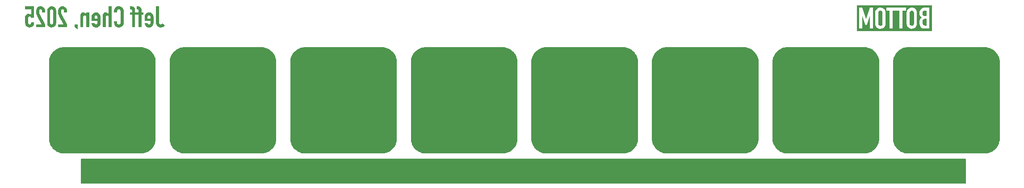
<source format=gbr>
%TF.GenerationSoftware,KiCad,Pcbnew,9.0.0*%
%TF.CreationDate,2025-04-15T08:38:05-04:00*%
%TF.ProjectId,Keypad Panel,4b657970-6164-4205-9061-6e656c2e6b69,1.0*%
%TF.SameCoordinates,Original*%
%TF.FileFunction,Soldermask,Bot*%
%TF.FilePolarity,Negative*%
%FSLAX46Y46*%
G04 Gerber Fmt 4.6, Leading zero omitted, Abs format (unit mm)*
G04 Created by KiCad (PCBNEW 9.0.0) date 2025-04-15 08:38:05*
%MOMM*%
%LPD*%
G01*
G04 APERTURE LIST*
%ADD10C,0.000000*%
%ADD11C,0.150000*%
%ADD12C,0.300000*%
G04 APERTURE END LIST*
D10*
G36*
X227830237Y-94238522D02*
G01*
X228087306Y-94304139D01*
X228370303Y-94411357D01*
X228524626Y-94486631D01*
X228689155Y-94579584D01*
X228966931Y-94770298D01*
X229223784Y-94994767D01*
X229342431Y-95118296D01*
X229453506Y-95248382D01*
X229502507Y-95311048D01*
X229691083Y-95592059D01*
X229772477Y-95740172D01*
X229844863Y-95892646D01*
X229886066Y-95991564D01*
X229981384Y-96279674D01*
X230043607Y-96568054D01*
X230060000Y-96665932D01*
X230060000Y-111919166D01*
X230023816Y-112120312D01*
X229959262Y-112378451D01*
X229911033Y-112525059D01*
X229849336Y-112681313D01*
X229772045Y-112845681D01*
X229677036Y-113016629D01*
X229486641Y-113294555D01*
X229262453Y-113551618D01*
X229139046Y-113670394D01*
X229009080Y-113781602D01*
X228946558Y-113830598D01*
X228665742Y-114019490D01*
X228517716Y-114101047D01*
X228365320Y-114173603D01*
X228265051Y-114215467D01*
X227976925Y-114310976D01*
X227688638Y-114373329D01*
X227589168Y-114390000D01*
X227589166Y-114390000D01*
X212335932Y-114390000D01*
X212335929Y-114389999D01*
X212134429Y-114353740D01*
X211875677Y-114288964D01*
X211728701Y-114240543D01*
X211572055Y-114178584D01*
X211407286Y-114100953D01*
X211235943Y-114005514D01*
X210958167Y-113814800D01*
X210701314Y-113590331D01*
X210582667Y-113466802D01*
X210471592Y-113336716D01*
X210422591Y-113274050D01*
X210234013Y-112993036D01*
X210152619Y-112844922D01*
X210080233Y-112692447D01*
X210039032Y-112593533D01*
X209943714Y-112305424D01*
X209881491Y-112017045D01*
X209865098Y-111919166D01*
X209865098Y-96665932D01*
X209865098Y-96665930D01*
X209901358Y-96464431D01*
X209966134Y-96205678D01*
X210014555Y-96058702D01*
X210076513Y-95902055D01*
X210154144Y-95737286D01*
X210249584Y-95565943D01*
X210440296Y-95288168D01*
X210664764Y-95031317D01*
X210788293Y-94912670D01*
X210918378Y-94801595D01*
X210981048Y-94752591D01*
X211262062Y-94564013D01*
X211410176Y-94482619D01*
X211562651Y-94410232D01*
X211661564Y-94369032D01*
X211950665Y-94273375D01*
X212239065Y-94211309D01*
X212335932Y-94195098D01*
X227589166Y-94195098D01*
X227830237Y-94238522D01*
G37*
G36*
X250680237Y-94238522D02*
G01*
X250937306Y-94304139D01*
X251220303Y-94411357D01*
X251374626Y-94486631D01*
X251539155Y-94579584D01*
X251816931Y-94770298D01*
X252073784Y-94994767D01*
X252192431Y-95118296D01*
X252303506Y-95248382D01*
X252352507Y-95311048D01*
X252541083Y-95592059D01*
X252622477Y-95740172D01*
X252694863Y-95892646D01*
X252736066Y-95991564D01*
X252831384Y-96279674D01*
X252893607Y-96568054D01*
X252910000Y-96665932D01*
X252910000Y-111919166D01*
X252873816Y-112120312D01*
X252809262Y-112378451D01*
X252761033Y-112525059D01*
X252699336Y-112681313D01*
X252622045Y-112845681D01*
X252527036Y-113016629D01*
X252336641Y-113294555D01*
X252112453Y-113551618D01*
X251989046Y-113670394D01*
X251859080Y-113781602D01*
X251796558Y-113830598D01*
X251515742Y-114019490D01*
X251367716Y-114101047D01*
X251215320Y-114173603D01*
X251115051Y-114215467D01*
X250826925Y-114310976D01*
X250538638Y-114373329D01*
X250439168Y-114390000D01*
X250439166Y-114390000D01*
X235185932Y-114390000D01*
X235185929Y-114389999D01*
X234984429Y-114353740D01*
X234725677Y-114288964D01*
X234578701Y-114240543D01*
X234422055Y-114178584D01*
X234257286Y-114100953D01*
X234085943Y-114005514D01*
X233808167Y-113814800D01*
X233551314Y-113590331D01*
X233432667Y-113466802D01*
X233321592Y-113336716D01*
X233272591Y-113274050D01*
X233084013Y-112993036D01*
X233002619Y-112844922D01*
X232930233Y-112692447D01*
X232889032Y-112593533D01*
X232793714Y-112305424D01*
X232731491Y-112017045D01*
X232715098Y-111919166D01*
X232715098Y-96665932D01*
X232715098Y-96665930D01*
X232751358Y-96464431D01*
X232816134Y-96205678D01*
X232864555Y-96058702D01*
X232926513Y-95902055D01*
X233004144Y-95737286D01*
X233099584Y-95565943D01*
X233290296Y-95288168D01*
X233514764Y-95031317D01*
X233638293Y-94912670D01*
X233768378Y-94801595D01*
X233831048Y-94752591D01*
X234112062Y-94564013D01*
X234260176Y-94482619D01*
X234412651Y-94410232D01*
X234511564Y-94369032D01*
X234800665Y-94273375D01*
X235089065Y-94211309D01*
X235185932Y-94195098D01*
X250439166Y-94195098D01*
X250680237Y-94238522D01*
G37*
G36*
X113580237Y-94238522D02*
G01*
X113837306Y-94304139D01*
X114120303Y-94411357D01*
X114274626Y-94486631D01*
X114439155Y-94579584D01*
X114716931Y-94770298D01*
X114973784Y-94994767D01*
X115092431Y-95118296D01*
X115203506Y-95248382D01*
X115252507Y-95311048D01*
X115441083Y-95592059D01*
X115522477Y-95740172D01*
X115594863Y-95892646D01*
X115636066Y-95991564D01*
X115731384Y-96279674D01*
X115793607Y-96568054D01*
X115810000Y-96665932D01*
X115810000Y-111919166D01*
X115773816Y-112120312D01*
X115709262Y-112378451D01*
X115661033Y-112525059D01*
X115599336Y-112681313D01*
X115522045Y-112845681D01*
X115427036Y-113016629D01*
X115236641Y-113294555D01*
X115012453Y-113551618D01*
X114889046Y-113670394D01*
X114759080Y-113781602D01*
X114696558Y-113830598D01*
X114415742Y-114019490D01*
X114267716Y-114101047D01*
X114115320Y-114173603D01*
X114015051Y-114215467D01*
X113726925Y-114310976D01*
X113438638Y-114373329D01*
X113339168Y-114390000D01*
X113339166Y-114390000D01*
X98085932Y-114390000D01*
X98085929Y-114389999D01*
X97884429Y-114353740D01*
X97625677Y-114288964D01*
X97478701Y-114240543D01*
X97322055Y-114178584D01*
X97157286Y-114100953D01*
X96985943Y-114005514D01*
X96708167Y-113814800D01*
X96451314Y-113590331D01*
X96332667Y-113466802D01*
X96221592Y-113336716D01*
X96172591Y-113274050D01*
X95984013Y-112993036D01*
X95902619Y-112844922D01*
X95830233Y-112692447D01*
X95789032Y-112593533D01*
X95693714Y-112305424D01*
X95631491Y-112017045D01*
X95615098Y-111919166D01*
X95615098Y-96665932D01*
X95615098Y-96665930D01*
X95651358Y-96464431D01*
X95716134Y-96205678D01*
X95764555Y-96058702D01*
X95826513Y-95902055D01*
X95904144Y-95737286D01*
X95999584Y-95565943D01*
X96190296Y-95288168D01*
X96414764Y-95031317D01*
X96538293Y-94912670D01*
X96668378Y-94801595D01*
X96731048Y-94752591D01*
X97012062Y-94564013D01*
X97160176Y-94482619D01*
X97312651Y-94410232D01*
X97411564Y-94369032D01*
X97700665Y-94273375D01*
X97989065Y-94211309D01*
X98085932Y-94195098D01*
X113339166Y-94195098D01*
X113580237Y-94238522D01*
G37*
G36*
X90730237Y-94238522D02*
G01*
X90987306Y-94304139D01*
X91270303Y-94411357D01*
X91424626Y-94486631D01*
X91589155Y-94579584D01*
X91866931Y-94770298D01*
X92123784Y-94994767D01*
X92242431Y-95118296D01*
X92353506Y-95248382D01*
X92402507Y-95311048D01*
X92591083Y-95592059D01*
X92672477Y-95740172D01*
X92744863Y-95892646D01*
X92786066Y-95991564D01*
X92881384Y-96279674D01*
X92943607Y-96568054D01*
X92960000Y-96665932D01*
X92960000Y-111919166D01*
X92923816Y-112120312D01*
X92859262Y-112378451D01*
X92811033Y-112525059D01*
X92749336Y-112681313D01*
X92672045Y-112845681D01*
X92577036Y-113016629D01*
X92386641Y-113294555D01*
X92162453Y-113551618D01*
X92039046Y-113670394D01*
X91909080Y-113781602D01*
X91846558Y-113830598D01*
X91565742Y-114019490D01*
X91417716Y-114101047D01*
X91265320Y-114173603D01*
X91165051Y-114215467D01*
X90876925Y-114310976D01*
X90588638Y-114373329D01*
X90489168Y-114390000D01*
X90489166Y-114390000D01*
X75235932Y-114390000D01*
X75235929Y-114389999D01*
X75034429Y-114353740D01*
X74775677Y-114288964D01*
X74628701Y-114240543D01*
X74472055Y-114178584D01*
X74307286Y-114100953D01*
X74135943Y-114005514D01*
X73858167Y-113814800D01*
X73601314Y-113590331D01*
X73482667Y-113466802D01*
X73371592Y-113336716D01*
X73322591Y-113274050D01*
X73134013Y-112993036D01*
X73052619Y-112844922D01*
X72980233Y-112692447D01*
X72939032Y-112593533D01*
X72843714Y-112305424D01*
X72781491Y-112017045D01*
X72765098Y-111919166D01*
X72765098Y-96665932D01*
X72765098Y-96665930D01*
X72801358Y-96464431D01*
X72866134Y-96205678D01*
X72914555Y-96058702D01*
X72976513Y-95902055D01*
X73054144Y-95737286D01*
X73149584Y-95565943D01*
X73340296Y-95288168D01*
X73564764Y-95031317D01*
X73688293Y-94912670D01*
X73818378Y-94801595D01*
X73881048Y-94752591D01*
X74162062Y-94564013D01*
X74310176Y-94482619D01*
X74462651Y-94410232D01*
X74561564Y-94369032D01*
X74850665Y-94273375D01*
X75139065Y-94211309D01*
X75235932Y-94195098D01*
X90489166Y-94195098D01*
X90730237Y-94238522D01*
G37*
G36*
X182130237Y-94238522D02*
G01*
X182387306Y-94304139D01*
X182670303Y-94411357D01*
X182824626Y-94486631D01*
X182989155Y-94579584D01*
X183266931Y-94770298D01*
X183523784Y-94994767D01*
X183642431Y-95118296D01*
X183753506Y-95248382D01*
X183802507Y-95311048D01*
X183991083Y-95592059D01*
X184072477Y-95740172D01*
X184144863Y-95892646D01*
X184186066Y-95991564D01*
X184281384Y-96279674D01*
X184343607Y-96568054D01*
X184360000Y-96665932D01*
X184360000Y-111919166D01*
X184323816Y-112120312D01*
X184259262Y-112378451D01*
X184211033Y-112525059D01*
X184149336Y-112681313D01*
X184072045Y-112845681D01*
X183977036Y-113016629D01*
X183786641Y-113294555D01*
X183562453Y-113551618D01*
X183439046Y-113670394D01*
X183309080Y-113781602D01*
X183246558Y-113830598D01*
X182965742Y-114019490D01*
X182817716Y-114101047D01*
X182665320Y-114173603D01*
X182565051Y-114215467D01*
X182276925Y-114310976D01*
X181988638Y-114373329D01*
X181889168Y-114390000D01*
X181889166Y-114390000D01*
X166635932Y-114390000D01*
X166635929Y-114389999D01*
X166434429Y-114353740D01*
X166175677Y-114288964D01*
X166028701Y-114240543D01*
X165872055Y-114178584D01*
X165707286Y-114100953D01*
X165535943Y-114005514D01*
X165258167Y-113814800D01*
X165001314Y-113590331D01*
X164882667Y-113466802D01*
X164771592Y-113336716D01*
X164722591Y-113274050D01*
X164534013Y-112993036D01*
X164452619Y-112844922D01*
X164380233Y-112692447D01*
X164339032Y-112593533D01*
X164243714Y-112305424D01*
X164181491Y-112017045D01*
X164165098Y-111919166D01*
X164165098Y-96665932D01*
X164165098Y-96665930D01*
X164201358Y-96464431D01*
X164266134Y-96205678D01*
X164314555Y-96058702D01*
X164376513Y-95902055D01*
X164454144Y-95737286D01*
X164549584Y-95565943D01*
X164740296Y-95288168D01*
X164964764Y-95031317D01*
X165088293Y-94912670D01*
X165218378Y-94801595D01*
X165281048Y-94752591D01*
X165562062Y-94564013D01*
X165710176Y-94482619D01*
X165862651Y-94410232D01*
X165961564Y-94369032D01*
X166250665Y-94273375D01*
X166539065Y-94211309D01*
X166635932Y-94195098D01*
X181889166Y-94195098D01*
X182130237Y-94238522D01*
G37*
G36*
X136430237Y-94238522D02*
G01*
X136687306Y-94304139D01*
X136970303Y-94411357D01*
X137124626Y-94486631D01*
X137289155Y-94579584D01*
X137566931Y-94770298D01*
X137823784Y-94994767D01*
X137942431Y-95118296D01*
X138053506Y-95248382D01*
X138102507Y-95311048D01*
X138291083Y-95592059D01*
X138372477Y-95740172D01*
X138444863Y-95892646D01*
X138486066Y-95991564D01*
X138581384Y-96279674D01*
X138643607Y-96568054D01*
X138660000Y-96665932D01*
X138660000Y-111919166D01*
X138623816Y-112120312D01*
X138559262Y-112378451D01*
X138511033Y-112525059D01*
X138449336Y-112681313D01*
X138372045Y-112845681D01*
X138277036Y-113016629D01*
X138086641Y-113294555D01*
X137862453Y-113551618D01*
X137739046Y-113670394D01*
X137609080Y-113781602D01*
X137546558Y-113830598D01*
X137265742Y-114019490D01*
X137117716Y-114101047D01*
X136965320Y-114173603D01*
X136865051Y-114215467D01*
X136576925Y-114310976D01*
X136288638Y-114373329D01*
X136189168Y-114390000D01*
X136189166Y-114390000D01*
X120935932Y-114390000D01*
X120935929Y-114389999D01*
X120734429Y-114353740D01*
X120475677Y-114288964D01*
X120328701Y-114240543D01*
X120172055Y-114178584D01*
X120007286Y-114100953D01*
X119835943Y-114005514D01*
X119558167Y-113814800D01*
X119301314Y-113590331D01*
X119182667Y-113466802D01*
X119071592Y-113336716D01*
X119022591Y-113274050D01*
X118834013Y-112993036D01*
X118752619Y-112844922D01*
X118680233Y-112692447D01*
X118639032Y-112593533D01*
X118543714Y-112305424D01*
X118481491Y-112017045D01*
X118465098Y-111919166D01*
X118465098Y-96665932D01*
X118465098Y-96665930D01*
X118501358Y-96464431D01*
X118566134Y-96205678D01*
X118614555Y-96058702D01*
X118676513Y-95902055D01*
X118754144Y-95737286D01*
X118849584Y-95565943D01*
X119040296Y-95288168D01*
X119264764Y-95031317D01*
X119388293Y-94912670D01*
X119518378Y-94801595D01*
X119581048Y-94752591D01*
X119862062Y-94564013D01*
X120010176Y-94482619D01*
X120162651Y-94410232D01*
X120261564Y-94369032D01*
X120550665Y-94273375D01*
X120839065Y-94211309D01*
X120935932Y-94195098D01*
X136189166Y-94195098D01*
X136430237Y-94238522D01*
G37*
D11*
X78860000Y-115500000D02*
X246400000Y-115500000D01*
X246400000Y-120070000D01*
X78860000Y-120070000D01*
X78860000Y-115500000D01*
G36*
X78860000Y-115500000D02*
G01*
X246400000Y-115500000D01*
X246400000Y-120070000D01*
X78860000Y-120070000D01*
X78860000Y-115500000D01*
G37*
D10*
G36*
X204980237Y-94238522D02*
G01*
X205237306Y-94304139D01*
X205520303Y-94411357D01*
X205674626Y-94486631D01*
X205839155Y-94579584D01*
X206116931Y-94770298D01*
X206373784Y-94994767D01*
X206492431Y-95118296D01*
X206603506Y-95248382D01*
X206652507Y-95311048D01*
X206841083Y-95592059D01*
X206922477Y-95740172D01*
X206994863Y-95892646D01*
X207036066Y-95991564D01*
X207131384Y-96279674D01*
X207193607Y-96568054D01*
X207210000Y-96665932D01*
X207210000Y-111919166D01*
X207173816Y-112120312D01*
X207109262Y-112378451D01*
X207061033Y-112525059D01*
X206999336Y-112681313D01*
X206922045Y-112845681D01*
X206827036Y-113016629D01*
X206636641Y-113294555D01*
X206412453Y-113551618D01*
X206289046Y-113670394D01*
X206159080Y-113781602D01*
X206096558Y-113830598D01*
X205815742Y-114019490D01*
X205667716Y-114101047D01*
X205515320Y-114173603D01*
X205415051Y-114215467D01*
X205126925Y-114310976D01*
X204838638Y-114373329D01*
X204739168Y-114390000D01*
X204739166Y-114390000D01*
X189485932Y-114390000D01*
X189485929Y-114389999D01*
X189284429Y-114353740D01*
X189025677Y-114288964D01*
X188878701Y-114240543D01*
X188722055Y-114178584D01*
X188557286Y-114100953D01*
X188385943Y-114005514D01*
X188108167Y-113814800D01*
X187851314Y-113590331D01*
X187732667Y-113466802D01*
X187621592Y-113336716D01*
X187572591Y-113274050D01*
X187384013Y-112993036D01*
X187302619Y-112844922D01*
X187230233Y-112692447D01*
X187189032Y-112593533D01*
X187093714Y-112305424D01*
X187031491Y-112017045D01*
X187015098Y-111919166D01*
X187015098Y-96665932D01*
X187015098Y-96665930D01*
X187051358Y-96464431D01*
X187116134Y-96205678D01*
X187164555Y-96058702D01*
X187226513Y-95902055D01*
X187304144Y-95737286D01*
X187399584Y-95565943D01*
X187590296Y-95288168D01*
X187814764Y-95031317D01*
X187938293Y-94912670D01*
X188068378Y-94801595D01*
X188131048Y-94752591D01*
X188412062Y-94564013D01*
X188560176Y-94482619D01*
X188712651Y-94410232D01*
X188811564Y-94369032D01*
X189100665Y-94273375D01*
X189389065Y-94211309D01*
X189485932Y-94195098D01*
X204739166Y-94195098D01*
X204980237Y-94238522D01*
G37*
G36*
X159280237Y-94238522D02*
G01*
X159537306Y-94304139D01*
X159820303Y-94411357D01*
X159974626Y-94486631D01*
X160139155Y-94579584D01*
X160416931Y-94770298D01*
X160673784Y-94994767D01*
X160792431Y-95118296D01*
X160903506Y-95248382D01*
X160952507Y-95311048D01*
X161141083Y-95592059D01*
X161222477Y-95740172D01*
X161294863Y-95892646D01*
X161336066Y-95991564D01*
X161431384Y-96279674D01*
X161493607Y-96568054D01*
X161510000Y-96665932D01*
X161510000Y-111919166D01*
X161473816Y-112120312D01*
X161409262Y-112378451D01*
X161361033Y-112525059D01*
X161299336Y-112681313D01*
X161222045Y-112845681D01*
X161127036Y-113016629D01*
X160936641Y-113294555D01*
X160712453Y-113551618D01*
X160589046Y-113670394D01*
X160459080Y-113781602D01*
X160396558Y-113830598D01*
X160115742Y-114019490D01*
X159967716Y-114101047D01*
X159815320Y-114173603D01*
X159715051Y-114215467D01*
X159426925Y-114310976D01*
X159138638Y-114373329D01*
X159039168Y-114390000D01*
X159039166Y-114390000D01*
X143785932Y-114390000D01*
X143785929Y-114389999D01*
X143584429Y-114353740D01*
X143325677Y-114288964D01*
X143178701Y-114240543D01*
X143022055Y-114178584D01*
X142857286Y-114100953D01*
X142685943Y-114005514D01*
X142408167Y-113814800D01*
X142151314Y-113590331D01*
X142032667Y-113466802D01*
X141921592Y-113336716D01*
X141872591Y-113274050D01*
X141684013Y-112993036D01*
X141602619Y-112844922D01*
X141530233Y-112692447D01*
X141489032Y-112593533D01*
X141393714Y-112305424D01*
X141331491Y-112017045D01*
X141315098Y-111919166D01*
X141315098Y-96665932D01*
X141315098Y-96665930D01*
X141351358Y-96464431D01*
X141416134Y-96205678D01*
X141464555Y-96058702D01*
X141526513Y-95902055D01*
X141604144Y-95737286D01*
X141699584Y-95565943D01*
X141890296Y-95288168D01*
X142114764Y-95031317D01*
X142238293Y-94912670D01*
X142368378Y-94801595D01*
X142431048Y-94752591D01*
X142712062Y-94564013D01*
X142860176Y-94482619D01*
X143012651Y-94410232D01*
X143111564Y-94369032D01*
X143400665Y-94273375D01*
X143689065Y-94211309D01*
X143785932Y-94195098D01*
X159039166Y-94195098D01*
X159280237Y-94238522D01*
G37*
D12*
G36*
X92997278Y-86378325D02*
G01*
X92997278Y-89434291D01*
X93013398Y-89630968D01*
X93070070Y-89831939D01*
X93167545Y-90011426D01*
X93255198Y-90119148D01*
X93405729Y-90247167D01*
X93560990Y-90333105D01*
X93751744Y-90391723D01*
X93957638Y-90411186D01*
X93972295Y-90411263D01*
X94180032Y-90391430D01*
X94369488Y-90325714D01*
X94428541Y-90291095D01*
X94591451Y-90171416D01*
X94716747Y-90052714D01*
X94269294Y-89693189D01*
X94125679Y-89797725D01*
X93955686Y-89839734D01*
X93837473Y-89820195D01*
X93708513Y-89744968D01*
X93607885Y-89601353D01*
X93569760Y-89403001D01*
X93568806Y-89357110D01*
X93568806Y-86378325D01*
X92997278Y-86378325D01*
G37*
G36*
X91770415Y-87536799D02*
G01*
X91966556Y-87566492D01*
X92160013Y-87646434D01*
X92171591Y-87653404D01*
X92324877Y-87774905D01*
X92446266Y-87939525D01*
X92477796Y-88004724D01*
X92530285Y-88194515D01*
X92543978Y-88306210D01*
X92552756Y-88510076D01*
X92552756Y-89437222D01*
X92550100Y-89551091D01*
X92530285Y-89751807D01*
X92516608Y-89822027D01*
X92446266Y-90007773D01*
X92439953Y-90019121D01*
X92315847Y-90181482D01*
X92160013Y-90300865D01*
X92099439Y-90332669D01*
X91909021Y-90393043D01*
X91704744Y-90411263D01*
X91541254Y-90398547D01*
X91353035Y-90344829D01*
X91241981Y-90287996D01*
X91084368Y-90162135D01*
X91043512Y-90118191D01*
X90936351Y-89953480D01*
X90873840Y-89760719D01*
X90855756Y-89563251D01*
X91427285Y-89563251D01*
X91490788Y-89747899D01*
X91514384Y-89779109D01*
X91704744Y-89839734D01*
X91720418Y-89839460D01*
X91906977Y-89769392D01*
X91920247Y-89755496D01*
X91981227Y-89567159D01*
X91981227Y-89192002D01*
X90855756Y-89192002D01*
X90855756Y-88430942D01*
X91427285Y-88430942D01*
X91427285Y-88754319D01*
X91981227Y-88754319D01*
X91981227Y-88430942D01*
X91978617Y-88372678D01*
X91906977Y-88187676D01*
X91892417Y-88173184D01*
X91704744Y-88106587D01*
X91681220Y-88107300D01*
X91502511Y-88187676D01*
X91466147Y-88239307D01*
X91427285Y-88430942D01*
X90855756Y-88430942D01*
X90855756Y-88414333D01*
X90857723Y-88344566D01*
X90887218Y-88148765D01*
X90961502Y-87954954D01*
X91079483Y-87786140D01*
X91177875Y-87699270D01*
X91350104Y-87602470D01*
X91507340Y-87554084D01*
X91704744Y-87535059D01*
X91770415Y-87536799D01*
G37*
G36*
X90302790Y-90380000D02*
G01*
X90302790Y-88004005D01*
X90606629Y-88004005D01*
X90606629Y-87566322D01*
X90302790Y-87566322D01*
X90302790Y-87166741D01*
X90288136Y-86968660D01*
X90244172Y-86804284D01*
X90149144Y-86631257D01*
X90084926Y-86558087D01*
X89924825Y-86443049D01*
X89864130Y-86419357D01*
X89672155Y-86380889D01*
X89606210Y-86378325D01*
X89356105Y-86378325D01*
X89356105Y-86949853D01*
X89583740Y-86949853D01*
X89727661Y-87091043D01*
X89731262Y-87148178D01*
X89731262Y-87566322D01*
X89356105Y-87566322D01*
X89356105Y-88004005D01*
X89731262Y-88004005D01*
X89731262Y-90380000D01*
X90302790Y-90380000D01*
G37*
G36*
X89060083Y-90380000D02*
G01*
X89060083Y-88004005D01*
X89363921Y-88004005D01*
X89363921Y-87566322D01*
X89060083Y-87566322D01*
X89060083Y-87166741D01*
X89045428Y-86968660D01*
X89001465Y-86804284D01*
X88906436Y-86631257D01*
X88842218Y-86558087D01*
X88682117Y-86443049D01*
X88621423Y-86419357D01*
X88429448Y-86380889D01*
X88363502Y-86378325D01*
X88113398Y-86378325D01*
X88113398Y-86949853D01*
X88341032Y-86949853D01*
X88484953Y-87091043D01*
X88488555Y-87148178D01*
X88488555Y-87566322D01*
X88113398Y-87566322D01*
X88113398Y-88004005D01*
X88488555Y-88004005D01*
X88488555Y-90380000D01*
X89060083Y-90380000D01*
G37*
G36*
X85072086Y-89242805D02*
G01*
X85072086Y-89489002D01*
X85094033Y-89690548D01*
X85141451Y-89838757D01*
X85235080Y-90013067D01*
X85330983Y-90132826D01*
X85481353Y-90260114D01*
X85616259Y-90336036D01*
X85806745Y-90396864D01*
X85966014Y-90411263D01*
X86169041Y-90394089D01*
X86292323Y-90367299D01*
X86477023Y-90290511D01*
X86590299Y-90210983D01*
X86724938Y-90064804D01*
X86809141Y-89923754D01*
X86870149Y-89737209D01*
X86892809Y-89540461D01*
X86894137Y-89473370D01*
X86894137Y-87284954D01*
X86875664Y-87085344D01*
X86828680Y-86922498D01*
X86736631Y-86747982D01*
X86641102Y-86632337D01*
X86479079Y-86505101D01*
X86349964Y-86439874D01*
X86161221Y-86384988D01*
X85977738Y-86369532D01*
X85765819Y-86390320D01*
X85577394Y-86452685D01*
X85395585Y-86570742D01*
X85330983Y-86632337D01*
X85211388Y-86792255D01*
X85141451Y-86937152D01*
X85087327Y-87132335D01*
X85072086Y-87320125D01*
X85072086Y-87542875D01*
X85643614Y-87542875D01*
X85643614Y-87353342D01*
X85683164Y-87153427D01*
X85735449Y-87064159D01*
X85899873Y-86950797D01*
X85982623Y-86941060D01*
X86177692Y-86987213D01*
X86255198Y-87071974D01*
X86313129Y-87263094D01*
X86322609Y-87404145D01*
X86322609Y-89432337D01*
X86294368Y-89626739D01*
X86250313Y-89722498D01*
X86085428Y-89830461D01*
X85988485Y-89839734D01*
X85873202Y-89820195D01*
X85756943Y-89755715D01*
X85675854Y-89633593D01*
X85643614Y-89438199D01*
X85643614Y-89242805D01*
X85072086Y-89242805D01*
G37*
G36*
X84615840Y-90380000D02*
G01*
X84615840Y-86378325D01*
X84044312Y-86378325D01*
X84044312Y-87842805D01*
X84032588Y-87842805D01*
X83900754Y-87686888D01*
X83819608Y-87622009D01*
X83636579Y-87547286D01*
X83501116Y-87535059D01*
X83303279Y-87566829D01*
X83290090Y-87571207D01*
X83117302Y-87675239D01*
X83101534Y-87690397D01*
X82988519Y-87856944D01*
X82968666Y-87904354D01*
X82924728Y-88100141D01*
X82918841Y-88222847D01*
X82918841Y-90380000D01*
X83490369Y-90380000D01*
X83490369Y-88437780D01*
X83530486Y-88243607D01*
X83561688Y-88195491D01*
X83739898Y-88107368D01*
X83763921Y-88106587D01*
X83952517Y-88167409D01*
X83983740Y-88206238D01*
X84039520Y-88394515D01*
X84044312Y-88493468D01*
X84044312Y-90380000D01*
X84615840Y-90380000D01*
G37*
G36*
X81719334Y-87536799D02*
G01*
X81915474Y-87566492D01*
X82108931Y-87646434D01*
X82120509Y-87653404D01*
X82273795Y-87774905D01*
X82395184Y-87939525D01*
X82426714Y-88004724D01*
X82479204Y-88194515D01*
X82492896Y-88306210D01*
X82501674Y-88510076D01*
X82501674Y-89437222D01*
X82499019Y-89551091D01*
X82479204Y-89751807D01*
X82465526Y-89822027D01*
X82395184Y-90007773D01*
X82388871Y-90019121D01*
X82264765Y-90181482D01*
X82108931Y-90300865D01*
X82048357Y-90332669D01*
X81857939Y-90393043D01*
X81653663Y-90411263D01*
X81490173Y-90398547D01*
X81301953Y-90344829D01*
X81190899Y-90287996D01*
X81033286Y-90162135D01*
X80992431Y-90118191D01*
X80885269Y-89953480D01*
X80822758Y-89760719D01*
X80804675Y-89563251D01*
X81376203Y-89563251D01*
X81439706Y-89747899D01*
X81463302Y-89779109D01*
X81653663Y-89839734D01*
X81669336Y-89839460D01*
X81855896Y-89769392D01*
X81869165Y-89755496D01*
X81930146Y-89567159D01*
X81930146Y-89192002D01*
X80804675Y-89192002D01*
X80804675Y-88430942D01*
X81376203Y-88430942D01*
X81376203Y-88754319D01*
X81930146Y-88754319D01*
X81930146Y-88430942D01*
X81927535Y-88372678D01*
X81855896Y-88187676D01*
X81841336Y-88173184D01*
X81653663Y-88106587D01*
X81630138Y-88107300D01*
X81451430Y-88187676D01*
X81415065Y-88239307D01*
X81376203Y-88430942D01*
X80804675Y-88430942D01*
X80804675Y-88414333D01*
X80806641Y-88344566D01*
X80836136Y-88148765D01*
X80910420Y-87954954D01*
X81028401Y-87786140D01*
X81126794Y-87699270D01*
X81299022Y-87602470D01*
X81456258Y-87554084D01*
X81653663Y-87535059D01*
X81719334Y-87536799D01*
G37*
G36*
X80367968Y-90380000D02*
G01*
X80367968Y-87566322D01*
X79796440Y-87566322D01*
X79796440Y-87841828D01*
X79784716Y-87841828D01*
X79652883Y-87686773D01*
X79571737Y-87622009D01*
X79388707Y-87547286D01*
X79253244Y-87535059D01*
X79055407Y-87566829D01*
X79042218Y-87571207D01*
X78869431Y-87675239D01*
X78853663Y-87690397D01*
X78740647Y-87856944D01*
X78720795Y-87904354D01*
X78676857Y-88100141D01*
X78670969Y-88222847D01*
X78670969Y-90380000D01*
X79242497Y-90380000D01*
X79242497Y-88437780D01*
X79282614Y-88243607D01*
X79313816Y-88195491D01*
X79492027Y-88107368D01*
X79516049Y-88106587D01*
X79704646Y-88167409D01*
X79735868Y-88206238D01*
X79791649Y-88394515D01*
X79796440Y-88493468D01*
X79796440Y-90380000D01*
X80367968Y-90380000D01*
G37*
G36*
X78191276Y-90804005D02*
G01*
X78191276Y-89817264D01*
X77619748Y-89817264D01*
X77619748Y-90388792D01*
X78191276Y-90804005D01*
G37*
G36*
X76174807Y-90380000D02*
G01*
X76174807Y-89841688D01*
X75148987Y-87906308D01*
X75074264Y-87724580D01*
X75061060Y-87653272D01*
X75049897Y-87450699D01*
X75049336Y-87382651D01*
X75049336Y-87229267D01*
X75077668Y-87086629D01*
X75161688Y-86984047D01*
X75323865Y-86941060D01*
X75513475Y-87001238D01*
X75528052Y-87014333D01*
X75602618Y-87200733D01*
X75603279Y-87226336D01*
X75603279Y-87549713D01*
X76174807Y-87549713D01*
X76174807Y-87237083D01*
X76153787Y-87042268D01*
X76108373Y-86901004D01*
X76010757Y-86728812D01*
X75923726Y-86626475D01*
X75766952Y-86499088D01*
X75656035Y-86439874D01*
X75462489Y-86381141D01*
X75320934Y-86369532D01*
X75125359Y-86387349D01*
X74937961Y-86450621D01*
X74775502Y-86560392D01*
X74672225Y-86671416D01*
X74572488Y-86851095D01*
X74525679Y-86989909D01*
X74488327Y-87185935D01*
X74477808Y-87368974D01*
X74477808Y-87566276D01*
X74477808Y-87611263D01*
X74494416Y-87798841D01*
X74551081Y-87977627D01*
X74637454Y-88156427D01*
X74657571Y-88195491D01*
X75502651Y-89808471D01*
X74477808Y-89808471D01*
X74477808Y-90380000D01*
X76174807Y-90380000D01*
G37*
G36*
X73366885Y-86377775D02*
G01*
X73564340Y-86428150D01*
X73674295Y-86479533D01*
X73834961Y-86598143D01*
X73922476Y-86696685D01*
X74022539Y-86866810D01*
X74072328Y-87023016D01*
X74091904Y-87223405D01*
X74091904Y-89558367D01*
X74078627Y-89725196D01*
X74022539Y-89914961D01*
X73963188Y-90025420D01*
X73834961Y-90182651D01*
X73741950Y-90258763D01*
X73564340Y-90352644D01*
X73437296Y-90390597D01*
X73242916Y-90411263D01*
X73119543Y-90403019D01*
X72922469Y-90352644D01*
X72812377Y-90301262D01*
X72650871Y-90182651D01*
X72564150Y-90084271D01*
X72465247Y-89914961D01*
X72414757Y-89758755D01*
X72394905Y-89558367D01*
X72394905Y-87225359D01*
X72966433Y-87225359D01*
X72966433Y-89556413D01*
X72967120Y-89578950D01*
X73044591Y-89759623D01*
X73059457Y-89773939D01*
X73243893Y-89839734D01*
X73258983Y-89839421D01*
X73443195Y-89759623D01*
X73456988Y-89744058D01*
X73520376Y-89556413D01*
X73520376Y-87225359D01*
X73519698Y-87202822D01*
X73443195Y-87022149D01*
X73428329Y-87007657D01*
X73243893Y-86941060D01*
X73228803Y-86941377D01*
X73044591Y-87022149D01*
X73030623Y-87037714D01*
X72966433Y-87225359D01*
X72394905Y-87225359D01*
X72394905Y-87223405D01*
X72408369Y-87056576D01*
X72465247Y-86866810D01*
X72523865Y-86755756D01*
X72650871Y-86598143D01*
X72744477Y-86522031D01*
X72922469Y-86428150D01*
X73039431Y-86392430D01*
X73242916Y-86369532D01*
X73366885Y-86377775D01*
G37*
G36*
X72009001Y-90380000D02*
G01*
X72009001Y-89841688D01*
X70983181Y-87906308D01*
X70908458Y-87724580D01*
X70895254Y-87653272D01*
X70884091Y-87450699D01*
X70883530Y-87382651D01*
X70883530Y-87229267D01*
X70911862Y-87086629D01*
X70995882Y-86984047D01*
X71158059Y-86941060D01*
X71347669Y-87001238D01*
X71362246Y-87014333D01*
X71436812Y-87200733D01*
X71437473Y-87226336D01*
X71437473Y-87549713D01*
X72009001Y-87549713D01*
X72009001Y-87237083D01*
X71987981Y-87042268D01*
X71942567Y-86901004D01*
X71844951Y-86728812D01*
X71757920Y-86626475D01*
X71601146Y-86499088D01*
X71490229Y-86439874D01*
X71296683Y-86381141D01*
X71155128Y-86369532D01*
X70959553Y-86387349D01*
X70772155Y-86450621D01*
X70609696Y-86560392D01*
X70506419Y-86671416D01*
X70406682Y-86851095D01*
X70359873Y-86989909D01*
X70322521Y-87185935D01*
X70312002Y-87368974D01*
X70312002Y-87566276D01*
X70312002Y-87611263D01*
X70328610Y-87798841D01*
X70385275Y-87977627D01*
X70471648Y-88156427D01*
X70491765Y-88195491D01*
X71336845Y-89808471D01*
X70312002Y-89808471D01*
X70312002Y-90380000D01*
X72009001Y-90380000D01*
G37*
G36*
X68229099Y-86378325D02*
G01*
X68229099Y-86949853D01*
X69363363Y-86949853D01*
X69363363Y-88000097D01*
X69199478Y-87886290D01*
X69162107Y-87869183D01*
X68969112Y-87820600D01*
X68885624Y-87816427D01*
X68682063Y-87841294D01*
X68496576Y-87924356D01*
X68411793Y-87993258D01*
X68293506Y-88165486D01*
X68240517Y-88357058D01*
X68229099Y-88522777D01*
X68229099Y-89554459D01*
X68248951Y-89755886D01*
X68299441Y-89913007D01*
X68398344Y-90083133D01*
X68485065Y-90181674D01*
X68646571Y-90301124D01*
X68756663Y-90352644D01*
X68953737Y-90403019D01*
X69077110Y-90411263D01*
X69271490Y-90390597D01*
X69398534Y-90352644D01*
X69576144Y-90258382D01*
X69669155Y-90181674D01*
X69797382Y-90023680D01*
X69856733Y-89912030D01*
X69912821Y-89721166D01*
X69926098Y-89553482D01*
X69926098Y-89384466D01*
X69363363Y-89384466D01*
X69363363Y-89531011D01*
X69313870Y-89720037D01*
X69282274Y-89758646D01*
X69102008Y-89838467D01*
X69070271Y-89839734D01*
X68885642Y-89775544D01*
X68871946Y-89761577D01*
X68801742Y-89576181D01*
X68800627Y-89541758D01*
X68800627Y-88603866D01*
X68863212Y-88416718D01*
X68876831Y-88400655D01*
X69054804Y-88316964D01*
X69069294Y-88316636D01*
X69193370Y-88343014D01*
X69276412Y-88402609D01*
X69327215Y-88478813D01*
X69359455Y-88530593D01*
X69863572Y-88530593D01*
X69863572Y-86378325D01*
X68229099Y-86378325D01*
G37*
G36*
X230477308Y-87233135D02*
G01*
X230563774Y-87288757D01*
X230668019Y-87464108D01*
X230681988Y-87593572D01*
X230681988Y-89688199D01*
X230644585Y-89885795D01*
X230563774Y-89992037D01*
X230380451Y-90080194D01*
X230283384Y-90089734D01*
X230091183Y-90047660D01*
X230004947Y-89992037D01*
X229900702Y-89817107D01*
X229886733Y-89688199D01*
X229886733Y-87593572D01*
X229924137Y-87395186D01*
X230004947Y-87288757D01*
X230187347Y-87200601D01*
X230283384Y-87191060D01*
X230477308Y-87233135D01*
G37*
G36*
X236440741Y-87233135D02*
G01*
X236527208Y-87288757D01*
X236631453Y-87464108D01*
X236645421Y-87593572D01*
X236645421Y-89688199D01*
X236608018Y-89885795D01*
X236527208Y-89992037D01*
X236343884Y-90080194D01*
X236246817Y-90089734D01*
X236054616Y-90047660D01*
X235968380Y-89992037D01*
X235864135Y-89817107D01*
X235850167Y-89688199D01*
X235850167Y-87593572D01*
X235887570Y-87395186D01*
X235968380Y-87288757D01*
X236150780Y-87200601D01*
X236246817Y-87191060D01*
X236440741Y-87233135D01*
G37*
G36*
X239029232Y-90058471D02*
G01*
X238784989Y-90058471D01*
X238590844Y-90036172D01*
X238515345Y-90006692D01*
X238371042Y-89869694D01*
X238367822Y-89864054D01*
X238310577Y-89669519D01*
X238308227Y-89646189D01*
X238297236Y-89444506D01*
X238296503Y-89371660D01*
X238305083Y-89170459D01*
X238313112Y-89102993D01*
X238376464Y-88912699D01*
X238379546Y-88907599D01*
X238529999Y-88791339D01*
X238723039Y-88755520D01*
X238779127Y-88754214D01*
X239029232Y-88754214D01*
X239029232Y-90058471D01*
G37*
G36*
X239029232Y-88254005D02*
G01*
X238774242Y-88254005D01*
X238574207Y-88231432D01*
X238399451Y-88125644D01*
X238393223Y-88117229D01*
X238317755Y-87935298D01*
X238296597Y-87732057D01*
X238296503Y-87715694D01*
X238317260Y-87515365D01*
X238404947Y-87329790D01*
X238581489Y-87224724D01*
X238778200Y-87199980D01*
X238795735Y-87199853D01*
X239029232Y-87199853D01*
X239029232Y-88254005D01*
G37*
G36*
X240045204Y-91105707D02*
G01*
X225852896Y-91105707D01*
X225852896Y-90630000D01*
X226297340Y-90630000D01*
X226868869Y-90630000D01*
X226868869Y-88196364D01*
X226879615Y-88196364D01*
X227446259Y-89915833D01*
X227732511Y-89915833D01*
X228298178Y-88196364D01*
X228298178Y-90630000D01*
X228869706Y-90630000D01*
X228869706Y-87591618D01*
X229315205Y-87591618D01*
X229315205Y-87593572D01*
X229315205Y-89688199D01*
X229315205Y-89690153D01*
X229331474Y-89896012D01*
X229385012Y-90085863D01*
X229400202Y-90120020D01*
X229504848Y-90292609D01*
X229620997Y-90416043D01*
X229781097Y-90529464D01*
X229936559Y-90600690D01*
X230131236Y-90649669D01*
X230284361Y-90661263D01*
X230481270Y-90642097D01*
X230633139Y-90600690D01*
X230815451Y-90511973D01*
X230941862Y-90416043D01*
X231076385Y-90274108D01*
X231168520Y-90120020D01*
X231232267Y-89923161D01*
X231253184Y-89721256D01*
X231253516Y-89690153D01*
X231253516Y-87591618D01*
X231237247Y-87391984D01*
X231183710Y-87201747D01*
X231182891Y-87199853D01*
X231417647Y-87199853D01*
X232042909Y-87199853D01*
X232042909Y-90630000D01*
X232614437Y-90630000D01*
X232614437Y-87199853D01*
X233273893Y-87199853D01*
X233293433Y-87199853D01*
X233899155Y-87199853D01*
X233899155Y-90630000D01*
X234470683Y-90630000D01*
X234470683Y-87591618D01*
X235278638Y-87591618D01*
X235278638Y-87593572D01*
X235278638Y-89688199D01*
X235278638Y-89690153D01*
X235294907Y-89896012D01*
X235348445Y-90085863D01*
X235363635Y-90120020D01*
X235468282Y-90292609D01*
X235584430Y-90416043D01*
X235744531Y-90529464D01*
X235899992Y-90600690D01*
X236094669Y-90649669D01*
X236247794Y-90661263D01*
X236444703Y-90642097D01*
X236596573Y-90600690D01*
X236778885Y-90511973D01*
X236905296Y-90416043D01*
X237039818Y-90274108D01*
X237131953Y-90120020D01*
X237195701Y-89923161D01*
X237216618Y-89721256D01*
X237216950Y-89690153D01*
X237216950Y-87629720D01*
X237724975Y-87629720D01*
X237724975Y-87715694D01*
X237724975Y-87775289D01*
X237737904Y-87973389D01*
X237752330Y-88047864D01*
X237824973Y-88232649D01*
X237831465Y-88243258D01*
X237969750Y-88395898D01*
X238142142Y-88509972D01*
X237965757Y-88620396D01*
X237839605Y-88770319D01*
X237826580Y-88793293D01*
X237757123Y-88982749D01*
X237728547Y-89186814D01*
X237724975Y-89303272D01*
X237724975Y-89371660D01*
X237724975Y-89530907D01*
X237737363Y-89751932D01*
X237774529Y-89949115D01*
X237847344Y-90145273D01*
X237952521Y-90310289D01*
X237983872Y-90346678D01*
X238153922Y-90483635D01*
X238346081Y-90567746D01*
X238545875Y-90612292D01*
X238740643Y-90628893D01*
X238810390Y-90630000D01*
X239600760Y-90630000D01*
X239600760Y-86628325D01*
X238753726Y-86628325D01*
X238556438Y-86640140D01*
X238355442Y-86683791D01*
X238278918Y-86712344D01*
X238100376Y-86809309D01*
X237957494Y-86934117D01*
X237840166Y-87104270D01*
X237779685Y-87254563D01*
X237736996Y-87450459D01*
X237724975Y-87629720D01*
X237216950Y-87629720D01*
X237216950Y-87591618D01*
X237200681Y-87391984D01*
X237147143Y-87201747D01*
X237131953Y-87166636D01*
X237032791Y-86997620D01*
X236905296Y-86859867D01*
X236740294Y-86745115D01*
X236596573Y-86681081D01*
X236401106Y-86631313D01*
X236247794Y-86619532D01*
X236051194Y-86639007D01*
X235899992Y-86681081D01*
X235715035Y-86767463D01*
X235584430Y-86859867D01*
X235454482Y-87007267D01*
X235363635Y-87166636D01*
X235299888Y-87365205D01*
X235278970Y-87561794D01*
X235278638Y-87591618D01*
X234470683Y-87591618D01*
X234470683Y-87199853D01*
X235149678Y-87199853D01*
X235149678Y-86628325D01*
X233293433Y-86628325D01*
X231417647Y-86628325D01*
X231417647Y-87199853D01*
X231182891Y-87199853D01*
X231168520Y-87166636D01*
X231069357Y-86997620D01*
X230941862Y-86859867D01*
X230776861Y-86745115D01*
X230633139Y-86681081D01*
X230437673Y-86631313D01*
X230284361Y-86619532D01*
X230087760Y-86639007D01*
X229936559Y-86681081D01*
X229751602Y-86767463D01*
X229620997Y-86859867D01*
X229491048Y-87007267D01*
X229400202Y-87166636D01*
X229336454Y-87365205D01*
X229315537Y-87561794D01*
X229315205Y-87591618D01*
X228869706Y-87591618D01*
X228869706Y-86628325D01*
X228325533Y-86628325D01*
X227591828Y-88747376D01*
X227581081Y-88747376D01*
X226852260Y-86628325D01*
X226297340Y-86628325D01*
X226297340Y-90630000D01*
X225852896Y-90630000D01*
X225852896Y-86175088D01*
X240045204Y-86175088D01*
X240045204Y-91105707D01*
G37*
M02*

</source>
